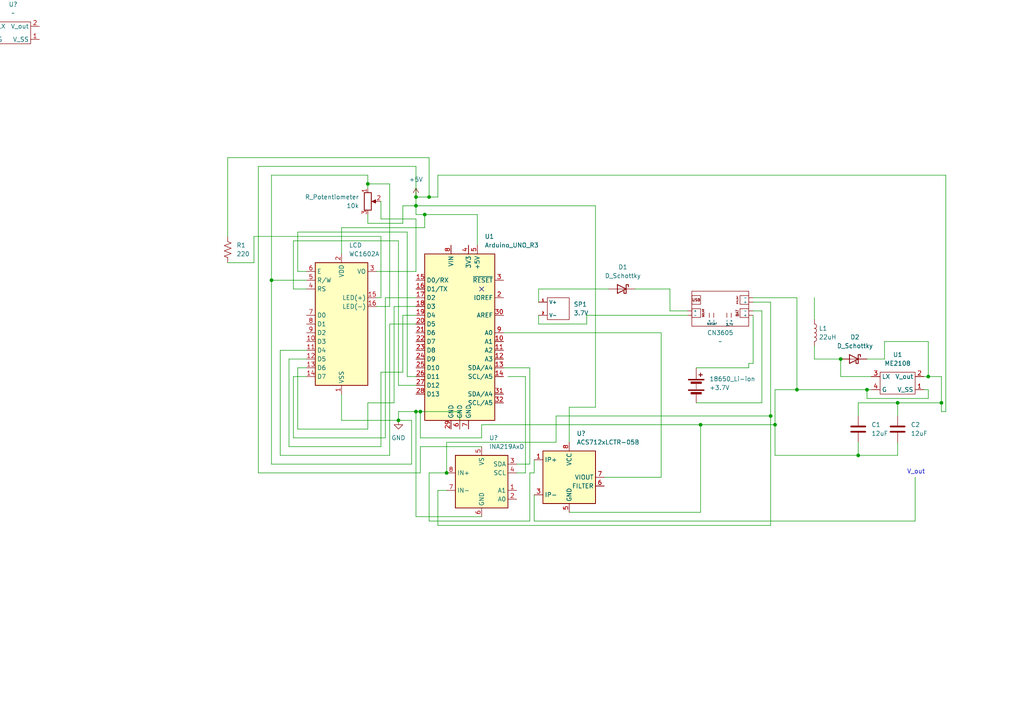
<source format=kicad_sch>
(kicad_sch (version 20250114) (generator "eeschema") (generator_version "9.0")
  (paper "A4")
  (lib_symbols
    (symbol "Device:Battery" (pin_numbers (hide yes)) (pin_names (offset 0) (hide yes))
      (property "Reference" "BT" (at 2.54 2.54 0))
      (property "Value" "Battery" (at 2.54 0 0))
      (symbol "Battery_0_1"
        (rectangle (start -2.286 1.778) (end 2.286 1.524) (fill (type outline)))
        (rectangle (start -2.286 -1.27) (end 2.286 -1.524) (fill (type outline)))
        (rectangle (start -1.524 1.016) (end 1.524 0.508) (fill (type outline)))
        (rectangle (start -1.524 -2.032) (end 1.524 -2.54) (fill (type outline)))
        (polyline (pts (xy 0 1.778) (xy 0 2.54)))
        (polyline (pts (xy 0 0) (xy 0 0.254)))
        (polyline (pts (xy 0 -0.508) (xy 0 -0.254)))
        (polyline (pts (xy 0 -1.016) (xy 0 -0.762)))
        (polyline (pts (xy 0.762 3.048) (xy 1.778 3.048)) (stroke (width 0.254)))
        (polyline (pts (xy 1.27 3.556) (xy 1.27 2.54)) (stroke (width 0.254)))
      )
      (symbol "Battery_1_1"
        (pin passive line (at 0 5.08 270) (length 2.54) (name "+") (number "1"))
        (pin passive line (at 0 -5.08 90) (length 2.54) (name "-") (number "2"))
      )
    )
    (symbol "Device:C" (pin_numbers (hide yes)) (pin_names (offset 0.254))
      (property "Reference" "C" (at 0.635 2.54 0))
      (property "Value" "C" (at 0.635 -2.54 0))
      (symbol "C_0_1"
        (polyline (pts (xy -2.032 0.762) (xy 2.032 0.762)) (stroke (width 0.508)))
        (polyline (pts (xy -2.032 -0.762) (xy 2.032 -0.762)) (stroke (width 0.508)))
      )
      (symbol "C_1_1"
        (pin passive line (at 0 3.81 270) (length 2.794) (name "~") (number "1"))
        (pin passive line (at 0 -3.81 90) (length 2.794) (name "~") (number "2"))
      )
    )
    (symbol "Device:D_Schottky" (pin_numbers (hide yes)) (pin_names (offset 1.016) (hide yes))
      (property "Reference" "D" (at 0 2.54 0))
      (property "Value" "D_Schottky" (at 0 -2.54 0))
      (symbol "D_Schottky_0_1"
        (polyline (pts (xy -1.905 0.635) (xy -1.905 1.27) (xy -1.27 1.27) (xy -1.27 -1.27) (xy -0.635 -1.27) (xy -0.635 -0.635)) (stroke (width 0.254)))
        (polyline (pts (xy 1.27 1.27) (xy 1.27 -1.27) (xy -1.27 0) (xy 1.27 1.27)) (stroke (width 0.254)))
        (polyline (pts (xy 1.27 0) (xy -1.27 0)))
      )
      (symbol "D_Schottky_1_1"
        (pin passive line (at -3.81 0 0) (length 2.54) (name "K") (number "1"))
        (pin passive line (at 3.81 0 180) (length 2.54) (name "A") (number "2"))
      )
    )
    (symbol "Device:L" (pin_numbers (hide yes)) (pin_names (offset 1.016) (hide yes))
      (property "Reference" "L" (at -1.27 0 90))
      (property "Value" "L" (at 1.905 0 90))
      (symbol "L_0_1"
        (arc (start 0 2.54) (mid 0.6323 1.905) (end 0 1.27))
        (arc (start 0 1.27) (mid 0.6323 0.635) (end 0 0))
        (arc (start 0 0) (mid 0.6323 -0.635) (end 0 -1.27))
        (arc (start 0 -1.27) (mid 0.6323 -1.905) (end 0 -2.54))
      )
      (symbol "L_1_1"
        (pin passive line (at 0 3.81 270) (length 1.27) (name "1") (number "1"))
        (pin passive line (at 0 -3.81 90) (length 1.27) (name "2") (number "2"))
      )
    )
    (symbol "Device:R_Potentiometer" (pin_names (offset 1.016) (hide yes))
      (property "Reference" "RV" (at -4.445 0 90))
      (property "Value" "R_Potentiometer" (at -2.54 0 90))
      (symbol "R_Potentiometer_0_1"
        (rectangle (start 1.016 2.54) (end -1.016 -2.54) (stroke (width 0.254)))
        (polyline (pts (xy 1.143 0) (xy 2.286 0.508) (xy 2.286 -0.508) (xy 1.143 0)) (fill (type outline)))
        (polyline (pts (xy 2.54 0) (xy 1.524 0)))
      )
      (symbol "R_Potentiometer_1_1"
        (pin passive line (at 0 3.81 270) (length 1.27) (name "1") (number "1"))
        (pin passive line (at 0 -3.81 90) (length 1.27) (name "3") (number "3"))
        (pin passive line (at 3.81 0 180) (length 1.27) (name "2") (number "2"))
      )
    )
    (symbol "Device:R_US" (pin_numbers (hide yes)) (pin_names (offset 0))
      (property "Reference" "R" (at 2.54 0 90))
      (property "Value" "R_US" (at -2.54 0 90))
      (symbol "R_US_0_1"
        (polyline (pts (xy 0 2.286) (xy 0 2.54)))
        (polyline (pts (xy 0 2.286) (xy 1.016 1.905) (xy 0 1.524) (xy -1.016 1.143) (xy 0 0.762)))
        (polyline (pts (xy 0 0.762) (xy 1.016 0.381) (xy 0 0) (xy -1.016 -0.381) (xy 0 -0.762)))
        (polyline (pts (xy 0 -0.762) (xy 1.016 -1.143) (xy 0 -1.524) (xy -1.016 -1.905) (xy 0 -2.286)))
        (polyline (pts (xy 0 -2.286) (xy 0 -2.54)))
      )
      (symbol "R_US_1_1"
        (pin passive line (at 0 3.81 270) (length 1.27) (name "~") (number "1"))
        (pin passive line (at 0 -3.81 90) (length 1.27) (name "~") (number "2"))
      )
    )
    (symbol "Display_Character:WC1602A"
      (property "Reference" "DS" (at -5.842 19.05 0))
      (property "Value" "WC1602A" (at 5.334 19.05 0))
      (symbol "WC1602A_1_1"
        (rectangle (start -7.62 17.78) (end 7.62 -17.78) (stroke (width 0.254)) (fill (type background)))
        (pin input line (at -10.16 15.24 0) (length 2.54) (name "E") (number "6"))
        (pin input line (at -10.16 12.7 0) (length 2.54) (name "R/W") (number "5"))
        (pin input line (at -10.16 10.16 0) (length 2.54) (name "RS") (number "4"))
        (pin input line (at -10.16 2.54 0) (length 2.54) (name "D0") (number "7"))
        (pin input line (at -10.16 0 0) (length 2.54) (name "D1") (number "8"))
        (pin input line (at -10.16 -2.54 0) (length 2.54) (name "D2") (number "9"))
        (pin input line (at -10.16 -5.08 0) (length 2.54) (name "D3") (number "10"))
        (pin input line (at -10.16 -7.62 0) (length 2.54) (name "D4") (number "11"))
        (pin input line (at -10.16 -10.16 0) (length 2.54) (name "D5") (number "12"))
        (pin input line (at -10.16 -12.7 0) (length 2.54) (name "D6") (number "13"))
        (pin input line (at -10.16 -15.24 0) (length 2.54) (name "D7") (number "14"))
        (pin power_in line (at 0 20.32 270) (length 2.54) (name "VDD") (number "2"))
        (pin power_in line (at 0 -20.32 90) (length 2.54) (name "VSS") (number "1"))
        (pin input line (at 10.16 15.24 180) (length 2.54) (name "VO") (number "3"))
        (pin power_in line (at 10.16 7.62 180) (length 2.54) (name "LED(+)") (number "15"))
        (pin power_in line (at 10.16 5.08 180) (length 2.54) (name "LED(-)") (number "16"))
      )
    )
    (symbol "MCU_Module:Arduino_UNO_R3"
      (property "Reference" "A" (at -10.16 23.495 0))
      (property "Value" "Arduino_UNO_R3" (at 5.08 -26.67 0))
      (symbol "Arduino_UNO_R3_0_1"
        (rectangle (start -10.16 22.86) (end 10.16 -25.4) (stroke (width 0.254)) (fill (type background)))
      )
      (symbol "Arduino_UNO_R3_1_1"
        (pin bidirectional line (at -12.7 15.24 0) (length 2.54) (name "D0/RX") (number "15"))
        (pin bidirectional line (at -12.7 12.7 0) (length 2.54) (name "D1/TX") (number "16"))
        (pin bidirectional line (at -12.7 10.16 0) (length 2.54) (name "D2") (number "17"))
        (pin bidirectional line (at -12.7 7.62 0) (length 2.54) (name "D3") (number "18"))
        (pin bidirectional line (at -12.7 5.08 0) (length 2.54) (name "D4") (number "19"))
        (pin bidirectional line (at -12.7 2.54 0) (length 2.54) (name "D5") (number "20"))
        (pin bidirectional line (at -12.7 0 0) (length 2.54) (name "D6") (number "21"))
        (pin bidirectional line (at -12.7 -2.54 0) (length 2.54) (name "D7") (number "22"))
        (pin bidirectional line (at -12.7 -5.08 0) (length 2.54) (name "D8") (number "23"))
        (pin bidirectional line (at -12.7 -7.62 0) (length 2.54) (name "D9") (number "24"))
        (pin bidirectional line (at -12.7 -10.16 0) (length 2.54) (name "D10") (number "25"))
        (pin bidirectional line (at -12.7 -12.7 0) (length 2.54) (name "D11") (number "26"))
        (pin bidirectional line (at -12.7 -15.24 0) (length 2.54) (name "D12") (number "27"))
        (pin bidirectional line (at -12.7 -17.78 0) (length 2.54) (name "D13") (number "28"))
        (pin no_connect line (at -10.16 -20.32 0) (length 2.54) (hide yes) (name "NC") (number "1"))
        (pin power_in line (at -2.54 25.4 270) (length 2.54) (name "VIN") (number "8"))
        (pin power_in line (at -2.54 -27.94 90) (length 2.54) (name "GND") (number "29"))
        (pin power_in line (at 0 -27.94 90) (length 2.54) (name "GND") (number "6"))
        (pin power_out line (at 2.54 25.4 270) (length 2.54) (name "3V3") (number "4"))
        (pin power_in line (at 2.54 -27.94 90) (length 2.54) (name "GND") (number "7"))
        (pin power_out line (at 5.08 25.4 270) (length 2.54) (name "+5V") (number "5"))
        (pin input line (at 12.7 15.24 180) (length 2.54) (name "~{RESET}") (number "3"))
        (pin output line (at 12.7 10.16 180) (length 2.54) (name "IOREF") (number "2"))
        (pin input line (at 12.7 5.08 180) (length 2.54) (name "AREF") (number "30"))
        (pin bidirectional line (at 12.7 0 180) (length 2.54) (name "A0") (number "9"))
        (pin bidirectional line (at 12.7 -2.54 180) (length 2.54) (name "A1") (number "10"))
        (pin bidirectional line (at 12.7 -5.08 180) (length 2.54) (name "A2") (number "11"))
        (pin bidirectional line (at 12.7 -7.62 180) (length 2.54) (name "A3") (number "12"))
        (pin bidirectional line (at 12.7 -10.16 180) (length 2.54) (name "SDA/A4") (number "13"))
        (pin bidirectional line (at 12.7 -12.7 180) (length 2.54) (name "SCL/A5") (number "14"))
        (pin bidirectional line (at 12.7 -17.78 180) (length 2.54) (name "SDA/A4") (number "31"))
        (pin bidirectional line (at 12.7 -20.32 180) (length 2.54) (name "SCL/A5") (number "32"))
      )
    )
    (symbol "Sensor_Current:ACS712xLCTR-05B"
      (property "Reference" "U" (at 2.54 11.43 0))
      (property "Value" "ACS712xLCTR-05B" (at 2.54 8.89 0))
      (symbol "ACS712xLCTR-05B_0_1"
        (rectangle (start -7.62 7.62) (end 7.62 -7.62) (stroke (width 0.254)) (fill (type background)))
      )
      (symbol "ACS712xLCTR-05B_1_1"
        (pin passive line (at -10.16 5.08 0) (length 2.54) (name "IP+") (number "1"))
        (pin passive line (at -10.16 5.08 0) (length 2.54) (hide yes) (name "IP+") (number "2"))
        (pin passive line (at -10.16 -5.08 0) (length 2.54) (name "IP-") (number "3"))
        (pin passive line (at -10.16 -5.08 0) (length 2.54) (hide yes) (name "IP-") (number "4"))
        (pin power_in line (at 0 10.16 270) (length 2.54) (name "VCC") (number "8"))
        (pin power_in line (at 0 -10.16 90) (length 2.54) (name "GND") (number "5"))
        (pin output line (at 10.16 0 180) (length 2.54) (name "VIOUT") (number "7"))
        (pin passive line (at 10.16 -2.54 180) (length 2.54) (name "FILTER") (number "6"))
      )
    )
    (symbol "Sensor_Energy:INA219AxD"
      (property "Reference" "U" (at -6.35 8.89 0))
      (property "Value" "INA219AxD" (at 5.08 8.89 0))
      (symbol "INA219AxD_0_1"
        (rectangle (start -7.62 7.62) (end 7.62 -7.62) (stroke (width 0.254)) (fill (type background)))
      )
      (symbol "INA219AxD_1_1"
        (pin input line (at -10.16 2.54 0) (length 2.54) (name "IN+") (number "8"))
        (pin input line (at -10.16 -2.54 0) (length 2.54) (name "IN-") (number "7"))
        (pin power_in line (at 0 10.16 270) (length 2.54) (name "VS") (number "5"))
        (pin power_in line (at 0 -10.16 90) (length 2.54) (name "GND") (number "6"))
        (pin bidirectional line (at 10.16 5.08 180) (length 2.54) (name "SDA") (number "3"))
        (pin input line (at 10.16 2.54 180) (length 2.54) (name "SCL") (number "4"))
        (pin input line (at 10.16 -2.54 180) (length 2.54) (name "A1") (number "1"))
        (pin input line (at 10.16 -5.08 180) (length 2.54) (name "A0") (number "2"))
      )
    )
    (symbol "power:+5V" (power) (pin_numbers (hide yes)) (pin_names (offset 0) (hide yes))
      (property "Value" "+5V" (at 0 3.556 0))
      (symbol "+5V_0_1"
        (polyline (pts (xy -0.762 1.27) (xy 0 2.54)))
        (polyline (pts (xy 0 2.54) (xy 0.762 1.27)))
        (polyline (pts (xy 0 0) (xy 0 2.54)))
      )
      (symbol "+5V_1_1"
        (pin power_in line (at 0 0 90) (length 0) (name "~") (number "1"))
      )
    )
    (symbol "power:GND" (power) (pin_numbers (hide yes)) (pin_names (offset 0) (hide yes))
      (property "Value" "GND" (at 0 -3.81 0))
      (symbol "GND_0_1"
        (polyline (pts (xy 0 0) (xy 0 -1.27) (xy 1.27 -1.27) (xy 0 -2.54) (xy -1.27 -1.27) (xy 0 -1.27)))
      )
      (symbol "GND_1_1"
        (pin power_in line (at 0 0 270) (length 0) (name "~") (number "1"))
      )
    )
    (symbol "solar_objects:CN3065"
      (property "Reference" "CN?" (at -1.905 -13.97 0))
      (property "Value" "~" (at -1.905 -16.51 0))
      (symbol "CN3065_0_1"
        (rectangle (start -10.16 -1.27) (end 6.35 -11.43))
        (rectangle (start -10.16 -2.54) (end -7.62 -5.08))
        (rectangle (start -10.16 -8.89) (end -7.62 -6.35))
        (rectangle (start 3.81 -2.54) (end 6.35 -5.08))
        (rectangle (start 3.81 -6.35) (end 6.35 -8.89))
      )
      (symbol "CN3065_1_1"
        (text "USB" (at -8.89 -3.81 0) (effects (font (size 0.762 0.762))))
        (text "SOLAR\n" (at -6.858 -7.62 900) (effects (font (size 0.508 0.508))))
        (text "solar\n" (at -4.318 -10.668 0) (effects (font (size 0.762 0.762))))
        (text "3.7V" (at 0.762 -10.922 0) (effects (font (size 0.635 0.635))))
        (text "SYS_OUT\n" (at 3.048 -3.81 900) (effects (font (size 0.381 0.381))))
        (text "BAT" (at 3.048 -7.62 900) (effects (font (size 0.762 0.762))))
        (pin input line (at -11.43 -6.985 0) (length 1.27) (name "+") (number ""))
        (pin input line (at -11.43 -8.255 0) (length 1.27) (name "-") (number ""))
        (pin input line (at -5.08 -7.62 270) (length 1.27) (name "+") (number ""))
        (pin input line (at -3.81 -7.62 270) (length 1.27) (name "-") (number ""))
        (pin input line (at 0 -7.62 270) (length 1.27) (name "-") (number ""))
        (pin input line (at 1.27 -7.62 270) (length 1.27) (name "+") (number ""))
        (pin output line (at 7.62 -3.175 180) (length 1.27) (name "-") (number ""))
        (pin output line (at 7.62 -4.445 180) (length 1.27) (name "+") (number ""))
        (pin input line (at 7.62 -6.985 180) (length 1.27) (name "-") (number ""))
        (pin input line (at 7.62 -8.255 180) (length 1.27) (name "+") (number ""))
      )
    )
    (symbol "solar_objects:ME2108A33P"
      (property "Reference" "U" (at 0 0 0))
      (symbol "ME2108A33P_0_1"
        (rectangle (start -1.27 -6.35) (end 8.89 -12.7))
      )
      (symbol "ME2108A33P_1_1"
        (pin input line (at -3.81 -7.62 0) (length 2.54) (name "LX") (number "3"))
        (pin input line (at -3.81 -11.43 0) (length 2.54) (name "G") (number "4"))
        (pin output line (at 11.43 -7.62 180) (length 2.54) (name "V_out") (number "2"))
        (pin output line (at 11.43 -11.43 180) (length 2.54) (name "V_SS") (number "1"))
      )
    )
    (symbol "solar_objects:Solar_Panel_6V_3W"
      (property "Reference" "SP" (at 4.318 -0.254 0))
      (symbol "Solar_Panel_6V_3W_0_1"
        (polyline (pts (xy 1.27 -2.54) (xy 1.27 -1.27) (xy 7.62 -1.27) (xy 7.62 -7.62) (xy 1.27 -7.62) (xy 1.27 -6.35) (xy 1.27 -2.54)))
      )
      (symbol "Solar_Panel_6V_3W_1_1"
        (pin input line (at -1.27 -2.54 0) (length 2.54) (name "V+") (number "1"))
        (pin output line (at -1.27 -6.35 0) (length 2.54) (name "V-") (number "2"))
      )
    )
  )
  (text "V_out\n" (at 265.684 136.906 0) (effects (font (size 1.27 1.27))))
  (junction (at 203.2 123.19))
  (junction (at 223.52 120.65))
  (junction (at 124.46 57.15))
  (junction (at 269.24 109.22))
  (junction (at 78.74 81.28))
  (junction (at 224.79 123.19))
  (junction (at 260.35 116.84))
  (junction (at 251.46 113.03))
  (junction (at 106.68 53.34))
  (junction (at 248.92 132.08))
  (junction (at 120.65 59.69))
  (junction (at 273.05 116.84))
  (junction (at 121.92 119.38))
  (junction (at 120.65 57.15))
  (junction (at 129.54 137.16))
  (junction (at 115.57 121.92))
  (junction (at 231.14 113.03))
  (junction (at 123.19 62.23))
  (junction (at 120.65 119.38))
  (junction (at 243.84 104.14))
  (no_connect (at 139.7 83.82))
  (wire (pts (xy 120.65 48.26) (xy 120.65 57.15)))
  (wire (pts (xy 86.36 124.46) (xy 86.36 106.68)))
  (wire (pts (xy 165.1 148.59) (xy 203.2 148.59)))
  (wire (pts (xy 120.65 149.86) (xy 139.7 149.86)))
  (wire (pts (xy 81.28 101.6) (xy 81.28 132.08)))
  (wire (pts (xy 127 142.24) (xy 129.54 142.24)))
  (wire (pts (xy 120.65 59.69) (xy 172.72 59.69)))
  (wire (pts (xy 191.77 138.43) (xy 175.26 138.43)))
  (wire (pts (xy 217.17 105.41) (xy 217.17 106.68)))
  (wire (pts (xy 74.93 48.26) (xy 120.65 48.26)))
  (wire (pts (xy 121.92 129.54) (xy 121.92 137.16)))
  (wire (pts (xy 78.74 81.28) (xy 88.9 81.28)))
  (wire (pts (xy 224.79 132.08) (xy 224.79 123.19)))
  (wire (pts (xy 152.4 109.22) (xy 152.4 137.16)))
  (wire (pts (xy 224.79 132.08) (xy 248.92 132.08)))
  (wire (pts (xy 83.82 129.54) (xy 110.49 129.54)))
  (wire (pts (xy 269.24 115.57) (xy 251.46 115.57)))
  (wire (pts (xy 170.18 91.44) (xy 170.18 93.98)))
  (wire (pts (xy 124.46 151.13) (xy 153.67 151.13)))
  (wire (pts (xy 236.22 104.14) (xy 243.84 104.14)))
  (wire (pts (xy 78.74 81.28) (xy 78.74 134.62)))
  (wire (pts (xy 110.49 129.54) (xy 110.49 107.95)))
  (wire (pts (xy 153.67 151.13) (xy 153.67 137.16)))
  (wire (pts (xy 113.03 53.34) (xy 106.68 53.34)))
  (wire (pts (xy 269.24 113.03) (xy 269.24 115.57)))
  (wire (pts (xy 223.52 87.63) (xy 223.52 120.65)))
  (wire (pts (xy 99.06 114.3) (xy 99.06 121.92)))
  (wire (pts (xy 127 57.15) (xy 124.46 57.15)))
  (wire (pts (xy 81.28 132.08) (xy 113.03 132.08)))
  (wire (pts (xy 153.67 134.62) (xy 149.86 134.62)))
  (wire (pts (xy 156.21 83.82) (xy 176.53 83.82)))
  (wire (pts (xy 154.94 137.16) (xy 154.94 133.35)))
  (wire (pts (xy 223.52 152.4) (xy 127 152.4)))
  (wire (pts (xy 113.03 88.9) (xy 113.03 53.34)))
  (wire (pts (xy 124.46 57.15) (xy 120.65 57.15)))
  (wire (pts (xy 123.19 62.23) (xy 120.65 62.23)))
  (wire (pts (xy 121.92 119.38) (xy 121.92 127)))
  (wire (pts (xy 231.14 113.03) (xy 224.79 113.03)))
  (wire (pts (xy 256.54 99.06) (xy 269.24 99.06)))
  (wire (pts (xy 274.32 50.8) (xy 274.32 119.38)))
  (wire (pts (xy 138.43 62.23) (xy 138.43 71.12)))
  (wire (pts (xy 119.38 121.92) (xy 115.57 121.92)))
  (wire (pts (xy 139.7 123.19) (xy 203.2 123.19)))
  (wire (pts (xy 153.67 137.16) (xy 154.94 137.16)))
  (wire (pts (xy 256.54 104.14) (xy 256.54 99.06)))
  (wire (pts (xy 260.35 116.84) (xy 260.35 120.65)))
  (wire (pts (xy 85.09 69.85) (xy 115.57 69.85)))
  (wire (pts (xy 129.54 137.16) (xy 124.46 137.16)))
  (wire (pts (xy 106.68 62.23) (xy 106.68 64.77)))
  (wire (pts (xy 269.24 109.22) (xy 273.05 109.22)))
  (wire (pts (xy 243.84 104.14) (xy 243.84 109.22)))
  (wire (pts (xy 83.82 104.14) (xy 83.82 129.54)))
  (wire (pts (xy 133.35 124.46) (xy 133.35 119.38)))
  (wire (pts (xy 139.7 129.54) (xy 121.92 129.54)))
  (wire (pts (xy 184.15 83.82) (xy 194.31 83.82)))
  (wire (pts (xy 165.1 118.11) (xy 165.1 128.27)))
  (wire (pts (xy 133.35 119.38) (xy 121.92 119.38)))
  (wire (pts (xy 116.84 91.44) (xy 120.65 91.44)))
  (wire (pts (xy 220.98 90.17) (xy 220.98 116.84)))
  (wire (pts (xy 124.46 137.16) (xy 124.46 151.13)))
  (wire (pts (xy 109.22 86.36) (xy 110.49 86.36)))
  (wire (pts (xy 252.73 113.03) (xy 251.46 113.03)))
  (wire (pts (xy 73.66 68.58) (xy 110.49 68.58)))
  (wire (pts (xy 248.92 132.08) (xy 260.35 132.08)))
  (wire (pts (xy 66.04 45.72) (xy 124.46 45.72)))
  (wire (pts (xy 120.65 57.15) (xy 120.65 59.69)))
  (wire (pts (xy 248.92 128.27) (xy 248.92 132.08)))
  (wire (pts (xy 118.11 109.22) (xy 118.11 67.31)))
  (wire (pts (xy 116.84 107.95) (xy 116.84 91.44)))
  (wire (pts (xy 218.44 91.44) (xy 218.44 105.41)))
  (wire (pts (xy 236.22 86.36) (xy 236.22 92.71)))
  (wire (pts (xy 106.68 116.84) (xy 106.68 124.46)))
  (wire (pts (xy 156.21 93.98) (xy 156.21 91.44)))
  (wire (pts (xy 78.74 134.62) (xy 119.38 134.62)))
  (wire (pts (xy 113.03 132.08) (xy 113.03 93.98)))
  (wire (pts (xy 274.32 50.8) (xy 127 50.8)))
  (wire (pts (xy 260.35 132.08) (xy 260.35 128.27)))
  (wire (pts (xy 73.66 68.58) (xy 73.66 76.2)))
  (wire (pts (xy 139.7 127) (xy 121.92 127)))
  (wire (pts (xy 120.65 62.23) (xy 120.65 59.69)))
  (wire (pts (xy 85.09 109.22) (xy 88.9 109.22)))
  (wire (pts (xy 74.93 137.16) (xy 74.93 48.26)))
  (wire (pts (xy 149.86 137.16) (xy 152.4 137.16)))
  (wire (pts (xy 111.76 86.36) (xy 111.76 127)))
  (wire (pts (xy 199.39 91.44) (xy 170.18 91.44)))
  (wire (pts (xy 88.9 104.14) (xy 83.82 104.14)))
  (wire (pts (xy 172.72 118.11) (xy 165.1 118.11)))
  (wire (pts (xy 66.04 76.2) (xy 73.66 76.2)))
  (wire (pts (xy 85.09 127) (xy 85.09 109.22)))
  (wire (pts (xy 170.18 93.98) (xy 156.21 93.98)))
  (wire (pts (xy 120.65 119.38) (xy 120.65 149.86)))
  (wire (pts (xy 273.05 119.38) (xy 274.32 119.38)))
  (wire (pts (xy 251.46 104.14) (xy 256.54 104.14)))
  (wire (pts (xy 223.52 87.63) (xy 218.44 87.63)))
  (wire (pts (xy 116.84 59.69) (xy 120.65 59.69)))
  (wire (pts (xy 99.06 66.04) (xy 123.19 66.04)))
  (wire (pts (xy 116.84 64.77) (xy 116.84 59.69)))
  (wire (pts (xy 120.65 86.36) (xy 111.76 86.36)))
  (wire (pts (xy 269.24 99.06) (xy 269.24 109.22)))
  (wire (pts (xy 111.76 127) (xy 85.09 127)))
  (wire (pts (xy 85.09 83.82) (xy 85.09 69.85)))
  (wire (pts (xy 248.92 116.84) (xy 248.92 120.65)))
  (wire (pts (xy 147.32 109.22) (xy 152.4 109.22)))
  (wire (pts (xy 124.46 45.72) (xy 124.46 57.15)))
  (wire (pts (xy 86.36 78.74) (xy 88.9 78.74)))
  (wire (pts (xy 194.31 90.17) (xy 199.39 90.17)))
  (wire (pts (xy 231.14 86.36) (xy 231.14 113.03)))
  (wire (pts (xy 172.72 59.69) (xy 172.72 118.11)))
  (wire (pts (xy 218.44 86.36) (xy 231.14 86.36)))
  (wire (pts (xy 120.65 88.9) (xy 114.3 88.9)))
  (wire (pts (xy 265.43 138.43) (xy 265.43 151.13)))
  (wire (pts (xy 114.3 116.84) (xy 106.68 116.84)))
  (wire (pts (xy 119.38 134.62) (xy 119.38 121.92)))
  (wire (pts (xy 109.22 78.74) (xy 120.65 78.74)))
  (wire (pts (xy 203.2 148.59) (xy 203.2 123.19)))
  (wire (pts (xy 203.2 123.19) (xy 224.79 123.19)))
  (wire (pts (xy 114.3 88.9) (xy 114.3 116.84)))
  (wire (pts (xy 115.57 69.85) (xy 115.57 111.76)))
  (wire (pts (xy 86.36 67.31) (xy 118.11 67.31)))
  (wire (pts (xy 109.22 88.9) (xy 113.03 88.9)))
  (wire (pts (xy 86.36 106.68) (xy 88.9 106.68)))
  (wire (pts (xy 161.29 120.65) (xy 223.52 120.65)))
  (wire (pts (xy 251.46 113.03) (xy 251.46 115.57)))
  (wire (pts (xy 260.35 116.84) (xy 248.92 116.84)))
  (wire (pts (xy 129.54 128.27) (xy 161.29 128.27)))
  (wire (pts (xy 201.93 116.84) (xy 220.98 116.84)))
  (wire (pts (xy 106.68 53.34) (xy 106.68 50.8)))
  (wire (pts (xy 146.05 106.68) (xy 153.67 106.68)))
  (wire (pts (xy 127 50.8) (xy 127 57.15)))
  (wire (pts (xy 191.77 96.52) (xy 191.77 138.43)))
  (wire (pts (xy 106.68 124.46) (xy 86.36 124.46)))
  (wire (pts (xy 127 152.4) (xy 127 142.24)))
  (wire (pts (xy 251.46 113.03) (xy 231.14 113.03)))
  (wire (pts (xy 115.57 119.38) (xy 115.57 121.92)))
  (wire (pts (xy 120.65 109.22) (xy 118.11 109.22)))
  (wire (pts (xy 224.79 113.03) (xy 224.79 123.19)))
  (wire (pts (xy 138.43 62.23) (xy 123.19 62.23)))
  (wire (pts (xy 267.97 109.22) (xy 269.24 109.22)))
  (wire (pts (xy 217.17 106.68) (xy 201.93 106.68)))
  (wire (pts (xy 139.7 123.19) (xy 139.7 127)))
  (wire (pts (xy 120.65 119.38) (xy 115.57 119.38)))
  (wire (pts (xy 106.68 64.77) (xy 116.84 64.77)))
  (wire (pts (xy 194.31 83.82) (xy 194.31 90.17)))
  (wire (pts (xy 223.52 120.65) (xy 223.52 152.4)))
  (wire (pts (xy 153.67 106.68) (xy 153.67 134.62)))
  (wire (pts (xy 86.36 67.31) (xy 86.36 78.74)))
  (wire (pts (xy 129.54 137.16) (xy 129.54 128.27)))
  (wire (pts (xy 267.97 113.03) (xy 269.24 113.03)))
  (wire (pts (xy 106.68 53.34) (xy 106.68 54.61)))
  (wire (pts (xy 120.65 78.74) (xy 120.65 63.5)))
  (wire (pts (xy 121.92 137.16) (xy 74.93 137.16)))
  (wire (pts (xy 78.74 50.8) (xy 78.74 81.28)))
  (wire (pts (xy 273.05 116.84) (xy 260.35 116.84)))
  (wire (pts (xy 121.92 119.38) (xy 120.65 119.38)))
  (wire (pts (xy 154.94 143.51) (xy 154.94 151.13)))
  (wire (pts (xy 110.49 107.95) (xy 116.84 107.95)))
  (wire (pts (xy 243.84 109.22) (xy 252.73 109.22)))
  (wire (pts (xy 88.9 101.6) (xy 81.28 101.6)))
  (wire (pts (xy 88.9 83.82) (xy 85.09 83.82)))
  (wire (pts (xy 115.57 111.76) (xy 120.65 111.76)))
  (wire (pts (xy 146.05 96.52) (xy 191.77 96.52)))
  (wire (pts (xy 154.94 151.13) (xy 265.43 151.13)))
  (wire (pts (xy 99.06 121.92) (xy 115.57 121.92)))
  (wire (pts (xy 273.05 116.84) (xy 273.05 119.38)))
  (wire (pts (xy 217.17 105.41) (xy 218.44 105.41)))
  (wire (pts (xy 66.04 68.58) (xy 66.04 45.72)))
  (wire (pts (xy 99.06 73.66) (xy 99.06 66.04)))
  (wire (pts (xy 273.05 109.22) (xy 273.05 116.84)))
  (wire (pts (xy 123.19 62.23) (xy 123.19 66.04)))
  (wire (pts (xy 120.65 63.5) (xy 110.49 63.5)))
  (wire (pts (xy 110.49 86.36) (xy 110.49 68.58)))
  (wire (pts (xy 106.68 50.8) (xy 78.74 50.8)))
  (wire (pts (xy 156.21 87.63) (xy 156.21 83.82)))
  (wire (pts (xy 236.22 104.14) (xy 236.22 100.33)))
  (wire (pts (xy 218.44 90.17) (xy 220.98 90.17)))
  (wire (pts (xy 113.03 93.98) (xy 120.65 93.98)))
  (wire (pts (xy 110.49 63.5) (xy 110.49 58.42)))
  (wire (pts (xy 161.29 128.27) (xy 161.29 120.65)))
  (symbol (lib_id "Device:C") (at 260.35 124.46 0) (unit 1)
    (property "Reference" "C2" (at 264.16 123.1899 0) (effects (justify left)))
    (property "Value" "12uF" (at 264.16 125.7299 0) (effects (justify left)))
    (property "Description" "Unpolarized capacitor" (effects (hide yes)))
  )
  (symbol (lib_id "solar_objects:Solar_Panel_6V_3W") (at 157.48 85.09 0) (unit 1)
    (property "Reference" "SP1" (at 166.37 88.2649 0) (effects (justify left)))
    (property "Value" "3.7V" (at 166.37 90.8049 0) (effects (justify left)))
  )
  (symbol (lib_id "Device:D_Schottky") (at 247.65 104.14 0) (mirror y) (unit 1)
    (property "Reference" "D2" (at 247.9675 97.79 0))
    (property "Value" "D_Schottky" (at 247.9675 100.33 0))
    (property "Description" "Schottky diode" (effects (hide yes)))
  )
  (symbol (lib_id "Device:C") (at 248.92 124.46 0) (unit 1)
    (property "Reference" "C1" (at 252.73 123.1899 0) (effects (justify left)))
    (property "Value" "12uF" (at 252.73 125.7299 0) (effects (justify left)))
    (property "Description" "Unpolarized capacitor" (effects (hide yes)))
  )
  (symbol (lib_id "Device:D_Schottky") (at 180.34 83.82 0) (mirror y) (unit 1)
    (property "Reference" "D1" (at 180.6575 77.47 0))
    (property "Value" "D_Schottky" (at 180.6575 80.01 0))
    (property "Description" "Schottky diode" (effects (hide yes)))
  )
  (symbol (lib_id "power:+5V") (at 120.65 57.15 0) (unit 1)
    (property "Reference" "#PWR01" (effects (hide yes)))
    (property "Value" "+5V" (at 120.65 52.07 0))
    (property "Description" "Power symbol creates a global label with name \"+5V\"" (effects (hide yes)))
  )
  (symbol (lib_id "solar_objects:CN3065") (at 210.82 83.185 0) (unit 1)
    (property "Reference" "CN3605" (at 208.915 96.52 0))
    (property "Value" "~" (at 208.915 99.06 0))
  )
  (symbol (lib_id "Display_Character:WC1602A") (at 99.06 93.98 0) (unit 1)
    (property "Reference" "LCD" (at 101.2033 71.12 0) (effects (justify left)))
    (property "Value" "WC1602A" (at 101.2033 73.66 0) (effects (justify left)))
    (property "Footprint" "Display:WC1602A" (effects (hide yes)))
    (property "Datasheet" "http://www.wincomlcd.com/pdf/WC1602A-SFYLYHTC06.pdf" (effects (hide yes)))
    (property "Description" "LCD 16x2 Alphanumeric , 8 bit parallel bus, 5V VDD" (effects (hide yes)))
  )
  (symbol (lib_id "solar_objects:ME2108A33P") (at 0 0 0) (unit 1)
    (property "Reference" "U?" (at 3.81 1.27 0))
    (property "Value" "~" (at 3.81 3.81 0))
  )
  (symbol (lib_id "Device:R_Potentiometer") (at 106.68 58.42 0) (unit 1)
    (property "Reference" "R_Potentiometer" (at 104.14 57.1499 0) (effects (justify right)))
    (property "Value" "10k" (at 104.14 59.6899 0) (effects (justify right)))
    (property "Description" "Potentiometer" (effects (hide yes)))
  )
  (symbol (lib_id "MCU_Module:Arduino_UNO_R3") (at 133.35 96.52 0) (unit 1)
    (property "Reference" "U1" (at 140.5733 68.58 0) (effects (justify left)))
    (property "Value" "Arduino_UNO_R3" (at 140.5733 71.12 0) (effects (justify left)))
    (property "Footprint" "Module:Arduino_UNO_R3" (effects (hide yes)))
    (property "Datasheet" "https://www.arduino.cc/en/Main/arduinoBoardUno" (effects (hide yes)))
    (property "Description" "Arduino UNO Microcontroller Module, release 3" (effects (hide yes)))
  )
  (symbol (lib_id "Device:R_US") (at 66.04 72.39 0) (unit 1)
    (property "Reference" "R1" (at 68.58 71.1199 0) (effects (justify left)))
    (property "Value" "220" (at 68.58 73.6599 0) (effects (justify left)))
    (property "Description" "Resistor, US symbol" (effects (hide yes)))
  )
  (symbol (lib_id "Device:Battery") (at 201.93 111.76 0) (unit 1)
    (property "Reference" "18650_Li-ion" (at 205.74 109.9184 0) (effects (justify left)))
    (property "Value" "+3.7V" (at 205.74 112.4584 0) (effects (justify left)))
    (property "Description" "Multiple-cell battery" (effects (hide yes)))
  )
  (symbol (lib_id "Sensor_Energy:INA219AxD") (at 139.7 139.7 0) (unit 1)
    (property "Reference" "U?" (at 141.8433 127 0) (effects (justify left)))
    (property "Value" "INA219AxD" (at 141.8433 129.54 0) (effects (justify left)))
    (property "Footprint" "Package_SO:SOIC-8_3.9x4.9mm_P1.27mm" (effects (hide yes)))
    (property "Datasheet" "http://www.ti.com/lit/ds/symlink/ina219.pdf" (effects (hide yes)))
    (property "Description" "Zero-Drift, Bidirectional Current/Power Monitor (0-26V) With I2C Interface, SOIC-8" (effects (hide yes)))
  )
  (symbol (lib_id "power:GND") (at 115.57 121.92 0) (unit 1)
    (property "Reference" "#PWR02" (effects (hide yes)))
    (property "Value" "GND" (at 115.57 127 0))
    (property "Description" "Power symbol creates a global label with name \"GND\" , ground" (effects (hide yes)))
  )
  (symbol (lib_id "solar_objects:ME2108A33P") (at 256.54 101.6 0) (unit 1)
    (property "Reference" "U1" (at 260.35 102.87 0))
    (property "Value" "ME2108" (at 260.35 105.41 0))
  )
  (symbol (lib_id "Device:L") (at 236.22 96.52 0) (unit 1)
    (property "Reference" "L1" (at 237.49 95.2499 0) (effects (justify left)))
    (property "Value" "22uH" (at 237.49 97.7899 0) (effects (justify left)))
    (property "Description" "Inductor" (effects (hide yes)))
  )
  (symbol (lib_id "Sensor_Current:ACS712xLCTR-05B") (at 165.1 138.43 0) (unit 1)
    (property "Reference" "U?" (at 167.2433 125.73 0) (effects (justify left)))
    (property "Value" "ACS712xLCTR-05B" (at 167.2433 128.27 0) (effects (justify left)))
    (property "Footprint" "Package_SO:SOIC-8_3.9x4.9mm_P1.27mm" (effects (hide yes)))
    (property "Datasheet" "http://www.allegromicro.com/~/media/Files/Datasheets/ACS712-Datasheet.ashx?la=en" (effects (hide yes)))
    (property "Description" "±5A Bidirectional Hall-Effect Current Sensor, +5.0V supply, 185mV/A, SOIC-8" (effects (hide yes)))
  )
)
</source>
